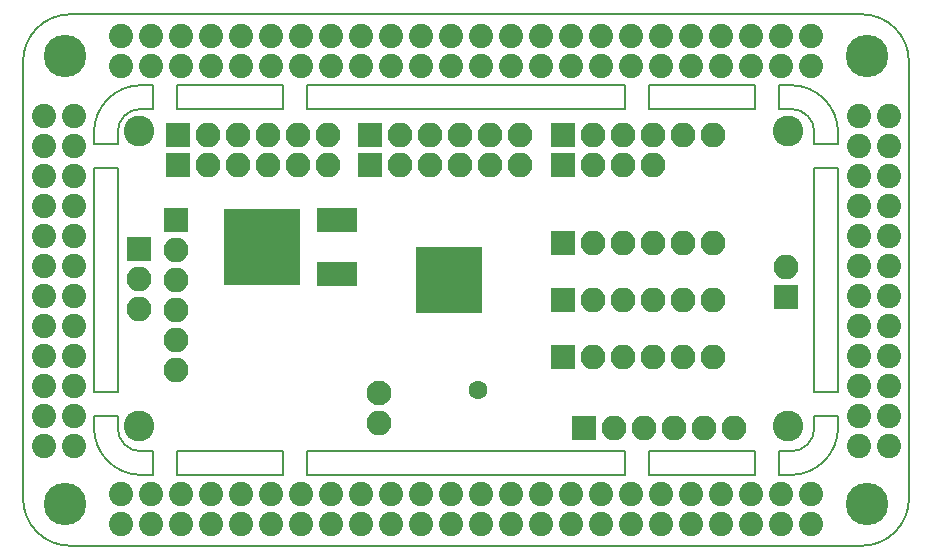
<source format=gbr>
G04 #@! TF.GenerationSoftware,KiCad,Pcbnew,(5.1.2)-2*
G04 #@! TF.CreationDate,2019-08-19T13:15:06+03:00*
G04 #@! TF.ProjectId,SigmaDSP ADAU1452,5369676d-6144-4535-9020-414441553134,rev?*
G04 #@! TF.SameCoordinates,Original*
G04 #@! TF.FileFunction,Soldermask,Bot*
G04 #@! TF.FilePolarity,Negative*
%FSLAX46Y46*%
G04 Gerber Fmt 4.6, Leading zero omitted, Abs format (unit mm)*
G04 Created by KiCad (PCBNEW (5.1.2)-2) date 2019-08-19 13:15:06*
%MOMM*%
%LPD*%
G04 APERTURE LIST*
%ADD10C,0.150000*%
%ADD11R,5.650000X5.650000*%
%ADD12C,3.600000*%
%ADD13C,2.051000*%
%ADD14C,2.100000*%
%ADD15O,2.100000X2.100000*%
%ADD16C,1.600000*%
%ADD17C,2.600000*%
%ADD18R,2.100000X2.100000*%
%ADD19R,3.448000X2.051000*%
%ADD20R,6.496000X6.496000*%
G04 APERTURE END LIST*
D10*
X215000000Y-163000000D02*
G75*
G02X217000000Y-165000000I0J-2000000D01*
G01*
X158000000Y-165000000D02*
G75*
G02X160000000Y-163000000I2000000J0D01*
G01*
X217000000Y-190000000D02*
G75*
G02X215000000Y-192000000I-2000000J0D01*
G01*
X160000000Y-192000000D02*
G75*
G02X158000000Y-190000000I0J2000000D01*
G01*
X163000000Y-192000000D02*
X172000000Y-192000000D01*
X172000000Y-192000000D02*
X172000000Y-194000000D01*
X172000000Y-194000000D02*
X163000000Y-194000000D01*
X163000000Y-194000000D02*
X163000000Y-192000000D01*
X174000000Y-192000000D02*
X174000000Y-194000000D01*
X174000000Y-194000000D02*
X201000000Y-194000000D01*
X201000000Y-194000000D02*
X201000000Y-192000000D01*
X201000000Y-192000000D02*
X174000000Y-192000000D01*
X203000000Y-192000000D02*
X203000000Y-194000000D01*
X203000000Y-194000000D02*
X211000000Y-194000000D01*
X211000000Y-192000000D02*
X203000000Y-192000000D01*
X160000000Y-192000000D02*
X161000000Y-192000000D01*
X161000000Y-192000000D02*
X161000000Y-194000000D01*
X161000000Y-194000000D02*
X160000000Y-194000000D01*
X158000000Y-190000000D02*
X158000000Y-189000000D01*
X158000000Y-189000000D02*
X156000000Y-189000000D01*
X156000000Y-189000000D02*
X156000000Y-190000000D01*
X160000000Y-194000000D02*
G75*
G02X156000000Y-190000000I0J4000000D01*
G01*
X160000000Y-163000000D02*
X161000000Y-163000000D01*
X161000000Y-163000000D02*
X161000000Y-161000000D01*
X161000000Y-161000000D02*
X160000000Y-161000000D01*
X158000000Y-165000000D02*
X158000000Y-166000000D01*
X158000000Y-166000000D02*
X156000000Y-166000000D01*
X156000000Y-166000000D02*
X156000000Y-165000000D01*
X156000000Y-165000000D02*
G75*
G02X160000000Y-161000000I4000000J0D01*
G01*
X215000000Y-163000000D02*
X214000000Y-163000000D01*
X214000000Y-163000000D02*
X214000000Y-161000000D01*
X214000000Y-161000000D02*
X215000000Y-161000000D01*
X217000000Y-165000000D02*
X217000000Y-166000000D01*
X217000000Y-166000000D02*
X219000000Y-166000000D01*
X219000000Y-166000000D02*
X219000000Y-165000000D01*
X215000000Y-161000000D02*
G75*
G02X219000000Y-165000000I0J-4000000D01*
G01*
X217000000Y-190000000D02*
X217000000Y-189000000D01*
X217000000Y-189000000D02*
X219000000Y-189000000D01*
X219000000Y-189000000D02*
X219000000Y-190000000D01*
X215000000Y-192000000D02*
X214000000Y-192000000D01*
X214000000Y-192000000D02*
X214000000Y-194000000D01*
X219000000Y-190000000D02*
G75*
G02X215000000Y-194000000I-4000000J0D01*
G01*
X214000000Y-194000000D02*
X215000000Y-194000000D01*
X158000000Y-187000000D02*
X156000000Y-187000000D01*
X156000000Y-187000000D02*
X156000000Y-168000000D01*
X156000000Y-168000000D02*
X158000000Y-168000000D01*
X158000000Y-168000000D02*
X158000000Y-187000000D01*
X217000000Y-187000000D02*
X219000000Y-187000000D01*
X219000000Y-187000000D02*
X219000000Y-168000000D01*
X219000000Y-168000000D02*
X217000000Y-168000000D01*
X217000000Y-168000000D02*
X217000000Y-187000000D01*
X163000000Y-163000000D02*
X163000000Y-161000000D01*
X163000000Y-161000000D02*
X172000000Y-161000000D01*
X172000000Y-161000000D02*
X172000000Y-163000000D01*
X172000000Y-163000000D02*
X163000000Y-163000000D01*
X212000000Y-163000000D02*
X203000000Y-163000000D01*
X203000000Y-163000000D02*
X203000000Y-161000000D01*
X203000000Y-161000000D02*
X212000000Y-161000000D01*
X212000000Y-161000000D02*
X212000000Y-163000000D01*
X174000000Y-163000000D02*
X174000000Y-161000000D01*
X174000000Y-161000000D02*
X201000000Y-161000000D01*
X201000000Y-161000000D02*
X201000000Y-163000000D01*
X201000000Y-163000000D02*
X174000000Y-163000000D01*
X150000000Y-159000000D02*
G75*
G02X154000000Y-155000000I4000000J0D01*
G01*
X221000000Y-155000000D02*
G75*
G02X225000000Y-159000000I0J-4000000D01*
G01*
X225000000Y-196000000D02*
G75*
G02X221000000Y-200000000I-4000000J0D01*
G01*
X154000000Y-200000000D02*
G75*
G02X150000000Y-196000000I0J4000000D01*
G01*
X154000000Y-200000000D02*
X221000000Y-200000000D01*
X225000000Y-196000000D02*
X225000000Y-159000000D01*
X221000000Y-155000000D02*
X154000000Y-155000000D01*
X150000000Y-159000000D02*
X150000000Y-196000000D01*
X211000000Y-192000000D02*
X212000000Y-192000000D01*
X212000000Y-192000000D02*
X212000000Y-194000000D01*
X212000000Y-194000000D02*
X211000000Y-194000000D01*
D11*
X186100000Y-177500000D03*
D12*
X221465000Y-158513600D03*
X221465000Y-196423500D03*
X153516500Y-158513600D03*
X153516500Y-196423500D03*
D13*
X158315000Y-156819000D03*
X160855000Y-156819000D03*
X163395000Y-156819000D03*
X165935000Y-156819000D03*
X168475000Y-156819000D03*
X171015000Y-156819000D03*
X173555000Y-156819000D03*
X176095000Y-156819000D03*
X176095000Y-159359000D03*
X173555000Y-159359000D03*
X171015000Y-159359000D03*
X168475000Y-159359000D03*
X165935000Y-159359000D03*
X163395000Y-159359000D03*
X160855000Y-159359000D03*
X158315000Y-159359000D03*
X196415000Y-156819000D03*
X193875000Y-156819000D03*
X191335000Y-156819000D03*
X188795000Y-156819000D03*
X186255000Y-156819000D03*
X183715000Y-156819000D03*
X181175000Y-156819000D03*
X178635000Y-156819000D03*
X178635000Y-159359000D03*
X181175000Y-159359000D03*
X183715000Y-159359000D03*
X186255000Y-159359000D03*
X188795000Y-159359000D03*
X191335000Y-159359000D03*
X193875000Y-159359000D03*
X196415000Y-159359000D03*
X216735000Y-159359000D03*
X214195000Y-159359000D03*
X211655000Y-159359000D03*
X209115000Y-159359000D03*
X206575000Y-159359000D03*
X204035000Y-159359000D03*
X201495000Y-159359000D03*
X198955000Y-159359000D03*
X198955000Y-156819000D03*
X201495000Y-156819000D03*
X204035000Y-156819000D03*
X206575000Y-156819000D03*
X209115000Y-156819000D03*
X211655000Y-156819000D03*
X214195000Y-156819000D03*
X216735000Y-156819000D03*
X151802000Y-168674000D03*
X151802000Y-171214000D03*
X151802000Y-173754000D03*
X151802000Y-176294000D03*
X151802000Y-178834000D03*
X151802000Y-181374000D03*
X151802000Y-183914000D03*
X151802000Y-186454000D03*
X223303000Y-168674000D03*
X223303000Y-171214000D03*
X223303000Y-173754000D03*
X223303000Y-176294000D03*
X223303000Y-178834000D03*
X223303000Y-181374000D03*
X223303000Y-183914000D03*
X223303000Y-186454000D03*
X220763000Y-186454000D03*
X220763000Y-183914000D03*
X220763000Y-181374000D03*
X220763000Y-178834000D03*
X220763000Y-176294000D03*
X220763000Y-173754000D03*
X220763000Y-171214000D03*
X220763000Y-168674000D03*
X151802000Y-166134000D03*
X154342000Y-166134000D03*
X154342000Y-163594000D03*
X151802000Y-163594000D03*
X223303000Y-166134000D03*
X220763000Y-166134000D03*
X220763000Y-163594000D03*
X223303000Y-163594000D03*
X154342000Y-191534000D03*
X151802000Y-191534000D03*
X176095000Y-195619000D03*
X173555000Y-195619000D03*
X171015000Y-195619000D03*
X168475000Y-195619000D03*
X165935000Y-195619000D03*
X163395000Y-195619000D03*
X160855000Y-195619000D03*
X158315000Y-195619000D03*
X158315000Y-198159000D03*
X160855000Y-198159000D03*
X163395000Y-198159000D03*
X165935000Y-198159000D03*
X168475000Y-198159000D03*
X171015000Y-198159000D03*
X173555000Y-198159000D03*
X176095000Y-198159000D03*
X178635000Y-195619000D03*
X181175000Y-195619000D03*
X183715000Y-195619000D03*
X186255000Y-195619000D03*
X188795000Y-195619000D03*
X191335000Y-195619000D03*
X193875000Y-195619000D03*
X196415000Y-195619000D03*
X196415000Y-198159000D03*
X193875000Y-198159000D03*
X191335000Y-198159000D03*
X188795000Y-198159000D03*
X186255000Y-198159000D03*
X183715000Y-198159000D03*
X181175000Y-198159000D03*
X178635000Y-198159000D03*
X198955000Y-198159000D03*
X201495000Y-198159000D03*
X204035000Y-198159000D03*
X206575000Y-198159000D03*
X209115000Y-198159000D03*
X211655000Y-198159000D03*
X214195000Y-198159000D03*
X216735000Y-198159000D03*
X216735000Y-195619000D03*
X214195000Y-195619000D03*
X211655000Y-195619000D03*
X209115000Y-195619000D03*
X206575000Y-195619000D03*
X204035000Y-195619000D03*
X201495000Y-195619000D03*
X198955000Y-195619000D03*
X154342000Y-186454000D03*
X154342000Y-183914000D03*
X154342000Y-181374000D03*
X154342000Y-178834000D03*
X154342000Y-176294000D03*
X154342000Y-173754000D03*
X154342000Y-171214000D03*
X154342000Y-168674000D03*
X151802000Y-188994000D03*
X154342000Y-188994000D03*
X220763000Y-191534000D03*
X223303000Y-191534000D03*
X223303000Y-188994000D03*
X220763000Y-188994000D03*
D14*
X180100000Y-187100000D03*
D15*
X180100000Y-189640000D03*
D16*
X188550000Y-186850000D03*
D17*
X159790000Y-164872000D03*
X214781000Y-189891000D03*
X214781000Y-164872000D03*
X159790000Y-189891000D03*
D18*
X162950000Y-172400000D03*
D15*
X162950000Y-174940000D03*
X162950000Y-177480000D03*
X162950000Y-180020000D03*
X162950000Y-182560000D03*
X162950000Y-185100000D03*
X175800000Y-167750000D03*
X173260000Y-167750000D03*
X170720000Y-167750000D03*
X168180000Y-167750000D03*
X165640000Y-167750000D03*
D18*
X163100000Y-167750000D03*
X163100000Y-165250000D03*
D15*
X165640000Y-165250000D03*
X168180000Y-165250000D03*
X170720000Y-165250000D03*
X173260000Y-165250000D03*
X175800000Y-165250000D03*
X192050000Y-167800000D03*
X189510000Y-167800000D03*
X186970000Y-167800000D03*
X184430000Y-167800000D03*
X181890000Y-167800000D03*
D18*
X179350000Y-167800000D03*
X179350000Y-165250000D03*
D15*
X181890000Y-165250000D03*
X184430000Y-165250000D03*
X186970000Y-165250000D03*
X189510000Y-165250000D03*
X192050000Y-165250000D03*
X208400000Y-165250000D03*
X205860000Y-165250000D03*
X203320000Y-165250000D03*
X200780000Y-165250000D03*
X198240000Y-165250000D03*
D18*
X195700000Y-165250000D03*
X195700000Y-184000000D03*
D15*
X198240000Y-184000000D03*
X200780000Y-184000000D03*
X203320000Y-184000000D03*
X205860000Y-184000000D03*
X208400000Y-184000000D03*
X208400000Y-179200000D03*
X205860000Y-179200000D03*
X203320000Y-179200000D03*
X200780000Y-179200000D03*
X198240000Y-179200000D03*
D18*
X195700000Y-179200000D03*
X195700000Y-174400000D03*
D15*
X198240000Y-174400000D03*
X200780000Y-174400000D03*
X203320000Y-174400000D03*
X205860000Y-174400000D03*
X208400000Y-174400000D03*
D18*
X214600000Y-178900000D03*
D15*
X214600000Y-176360000D03*
D18*
X195700000Y-167800000D03*
D15*
X198240000Y-167800000D03*
X200780000Y-167800000D03*
X203320000Y-167800000D03*
X210150000Y-190050000D03*
X207610000Y-190050000D03*
X205070000Y-190050000D03*
X202530000Y-190050000D03*
X199990000Y-190050000D03*
D18*
X197450000Y-190050000D03*
X159850000Y-174900000D03*
D15*
X159850000Y-177440000D03*
X159850000Y-179980000D03*
D19*
X176600000Y-172414000D03*
D20*
X170250000Y-174700000D03*
D19*
X176600000Y-176986000D03*
M02*

</source>
